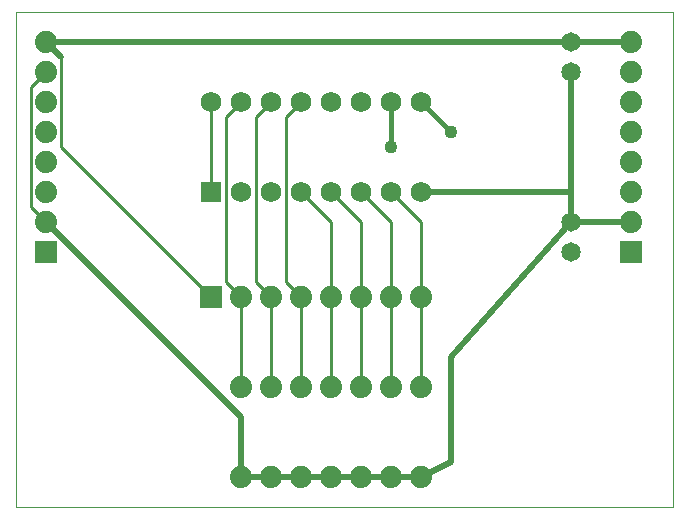
<source format=gtl>
G75*
G70*
%OFA0B0*%
%FSLAX24Y24*%
%IPPOS*%
%LPD*%
%AMOC8*
5,1,8,0,0,1.08239X$1,22.5*
%
%ADD10C,0.0000*%
%ADD11R,0.0680X0.0680*%
%ADD12C,0.0680*%
%ADD13C,0.0740*%
%ADD14R,0.0740X0.0740*%
%ADD15C,0.0650*%
%ADD16C,0.0200*%
%ADD17C,0.0100*%
%ADD18C,0.0436*%
%ADD19C,0.0160*%
D10*
X000487Y000100D02*
X000487Y016596D01*
X022357Y016596D01*
X022357Y000100D01*
X000487Y000100D01*
D11*
X006987Y010600D03*
D12*
X007987Y010600D03*
X008987Y010600D03*
X009987Y010600D03*
X010987Y010600D03*
X011987Y010600D03*
X012987Y010600D03*
X013987Y010600D03*
X013987Y013600D03*
X012987Y013600D03*
X011987Y013600D03*
X010987Y013600D03*
X009987Y013600D03*
X008987Y013600D03*
X007987Y013600D03*
X006987Y013600D03*
D13*
X001487Y013600D03*
X001487Y012600D03*
X001487Y011600D03*
X001487Y010600D03*
X001487Y009600D03*
X007987Y007100D03*
X008987Y007100D03*
X009987Y007100D03*
X010987Y007100D03*
X011987Y007100D03*
X012987Y007100D03*
X013987Y007100D03*
X013987Y004100D03*
X012987Y004100D03*
X011987Y004100D03*
X010987Y004100D03*
X009987Y004100D03*
X008987Y004100D03*
X007987Y004100D03*
X007987Y001100D03*
X008987Y001100D03*
X009987Y001100D03*
X010987Y001100D03*
X011987Y001100D03*
X012987Y001100D03*
X013987Y001100D03*
X020987Y009600D03*
X020987Y010600D03*
X020987Y011600D03*
X020987Y012600D03*
X020987Y013600D03*
X020987Y014600D03*
X020987Y015600D03*
X001487Y015600D03*
X001487Y014600D03*
D14*
X001487Y008600D03*
X006987Y007100D03*
X020987Y008600D03*
D15*
X018987Y008600D03*
X018987Y009600D03*
X018987Y014600D03*
X018987Y015600D03*
D16*
X018987Y014600D02*
X018987Y010600D01*
X013987Y010600D01*
X018987Y010600D02*
X018987Y009600D01*
X014987Y005100D01*
X014987Y001600D01*
X013987Y001100D01*
X012987Y001100D01*
X011987Y001100D01*
X010987Y001100D01*
X009987Y001100D01*
X008987Y001100D01*
X007987Y001100D01*
X007987Y003100D01*
X001487Y009600D01*
X001987Y015100D02*
X001487Y015600D01*
X020987Y015600D01*
X020987Y009600D02*
X018987Y009600D01*
D17*
X013987Y009600D02*
X013987Y007100D01*
X013987Y004100D01*
X012987Y004100D02*
X012987Y007100D01*
X012987Y009600D01*
X011987Y010600D01*
X012987Y010600D02*
X013987Y009600D01*
X011987Y009600D02*
X011987Y007100D01*
X011987Y004100D01*
X010987Y004100D02*
X010987Y007100D01*
X010987Y009600D01*
X009987Y010600D01*
X010987Y010600D02*
X011987Y009600D01*
X009987Y007100D02*
X009487Y007600D01*
X009487Y013100D01*
X009987Y013600D01*
X008987Y013600D02*
X008487Y013100D01*
X008487Y007600D01*
X008987Y007100D01*
X008987Y004100D01*
X007987Y004100D02*
X007987Y007100D01*
X007487Y007600D01*
X007487Y013100D01*
X007987Y013600D01*
X006987Y013600D02*
X006987Y010600D01*
X006987Y007100D02*
X001987Y012100D01*
X001987Y015100D01*
X001487Y014600D02*
X000987Y014100D01*
X000987Y010100D01*
X001487Y009600D01*
X009987Y007100D02*
X009987Y004100D01*
D18*
X012987Y012100D03*
X014987Y012600D03*
D19*
X013987Y013600D01*
X012987Y013600D02*
X012987Y012100D01*
M02*

</source>
